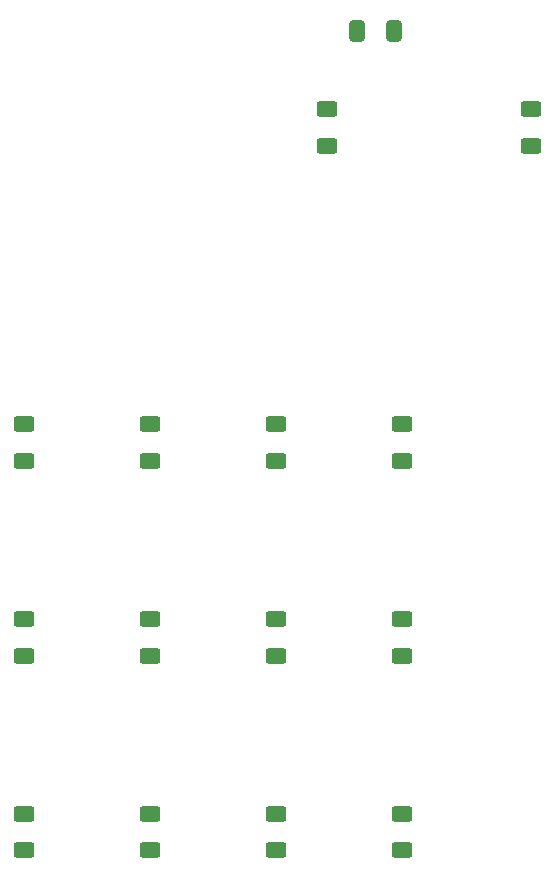
<source format=gbp>
G04 #@! TF.GenerationSoftware,KiCad,Pcbnew,7.0.1*
G04 #@! TF.CreationDate,2023-05-11T17:19:09+02:00*
G04 #@! TF.ProjectId,midi-interface,6d696469-2d69-46e7-9465-72666163652e,rev?*
G04 #@! TF.SameCoordinates,Original*
G04 #@! TF.FileFunction,Paste,Bot*
G04 #@! TF.FilePolarity,Positive*
%FSLAX46Y46*%
G04 Gerber Fmt 4.6, Leading zero omitted, Abs format (unit mm)*
G04 Created by KiCad (PCBNEW 7.0.1) date 2023-05-11 17:19:09*
%MOMM*%
%LPD*%
G01*
G04 APERTURE LIST*
G04 Aperture macros list*
%AMRoundRect*
0 Rectangle with rounded corners*
0 $1 Rounding radius*
0 $2 $3 $4 $5 $6 $7 $8 $9 X,Y pos of 4 corners*
0 Add a 4 corners polygon primitive as box body*
4,1,4,$2,$3,$4,$5,$6,$7,$8,$9,$2,$3,0*
0 Add four circle primitives for the rounded corners*
1,1,$1+$1,$2,$3*
1,1,$1+$1,$4,$5*
1,1,$1+$1,$6,$7*
1,1,$1+$1,$8,$9*
0 Add four rect primitives between the rounded corners*
20,1,$1+$1,$2,$3,$4,$5,0*
20,1,$1+$1,$4,$5,$6,$7,0*
20,1,$1+$1,$6,$7,$8,$9,0*
20,1,$1+$1,$8,$9,$2,$3,0*%
G04 Aperture macros list end*
%ADD10RoundRect,0.250000X0.625000X-0.400000X0.625000X0.400000X-0.625000X0.400000X-0.625000X-0.400000X0*%
%ADD11RoundRect,0.250000X-0.412500X-0.650000X0.412500X-0.650000X0.412500X0.650000X-0.412500X0.650000X0*%
%ADD12RoundRect,0.250000X-0.625000X0.400000X-0.625000X-0.400000X0.625000X-0.400000X0.625000X0.400000X0*%
G04 APERTURE END LIST*
D10*
X110928000Y-119420000D03*
X110928000Y-116320000D03*
X125984000Y-76226000D03*
X125984000Y-73126000D03*
X132264000Y-119420000D03*
X132264000Y-116320000D03*
D11*
X128524000Y-66548000D03*
X131649000Y-66548000D03*
D10*
X121596000Y-102940000D03*
X121596000Y-99840000D03*
D12*
X143256000Y-73126000D03*
X143256000Y-76226000D03*
D10*
X100260000Y-102940000D03*
X100260000Y-99840000D03*
X110928000Y-102940000D03*
X110928000Y-99840000D03*
X100260000Y-119432000D03*
X100260000Y-116332000D03*
X121596000Y-135900000D03*
X121596000Y-132800000D03*
X121596000Y-119420000D03*
X121596000Y-116320000D03*
X132264000Y-135900000D03*
X132264000Y-132800000D03*
X110928000Y-135900000D03*
X110928000Y-132800000D03*
X132264000Y-102940000D03*
X132264000Y-99840000D03*
X100260000Y-135900000D03*
X100260000Y-132800000D03*
M02*

</source>
